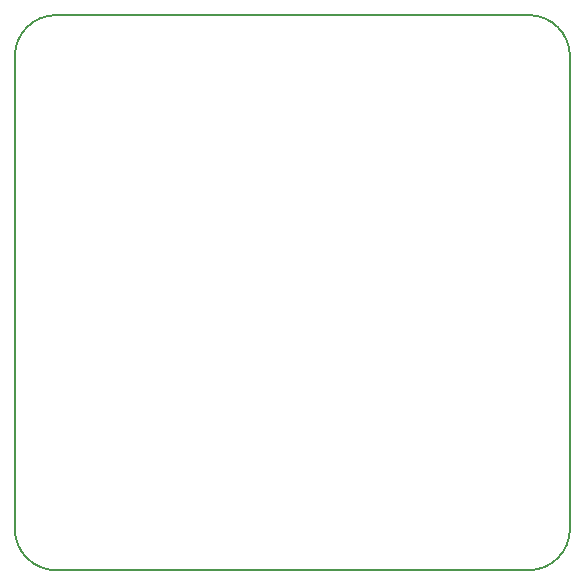
<source format=gbr>
G04 #@! TF.GenerationSoftware,KiCad,Pcbnew,(5.1.5)-2*
G04 #@! TF.CreationDate,2020-02-05T02:18:03-08:00*
G04 #@! TF.ProjectId,Motor_Gen2,4d6f746f-725f-4476-956e-322e6b696361,rev?*
G04 #@! TF.SameCoordinates,Original*
G04 #@! TF.FileFunction,Profile,NP*
%FSLAX46Y46*%
G04 Gerber Fmt 4.6, Leading zero omitted, Abs format (unit mm)*
G04 Created by KiCad (PCBNEW (5.1.5)-2) date 2020-02-05 02:18:03*
%MOMM*%
%LPD*%
G04 APERTURE LIST*
%ADD10C,0.150000*%
G04 APERTURE END LIST*
D10*
X123500000Y-120000000D02*
G75*
G02X120000000Y-123500000I-3500000J0D01*
G01*
X80000000Y-123500000D02*
G75*
G02X76500000Y-120000000I0J3500000D01*
G01*
X120000000Y-76500000D02*
G75*
G02X123500000Y-80000000I0J-3500000D01*
G01*
X76500000Y-80000000D02*
G75*
G02X80000000Y-76500000I3500000J0D01*
G01*
X76500000Y-80000000D02*
X76500000Y-120000000D01*
X120000000Y-76500000D02*
X80000000Y-76500000D01*
X123500000Y-120000000D02*
X123500000Y-80000000D01*
X80000000Y-123500000D02*
X120000000Y-123500000D01*
M02*

</source>
